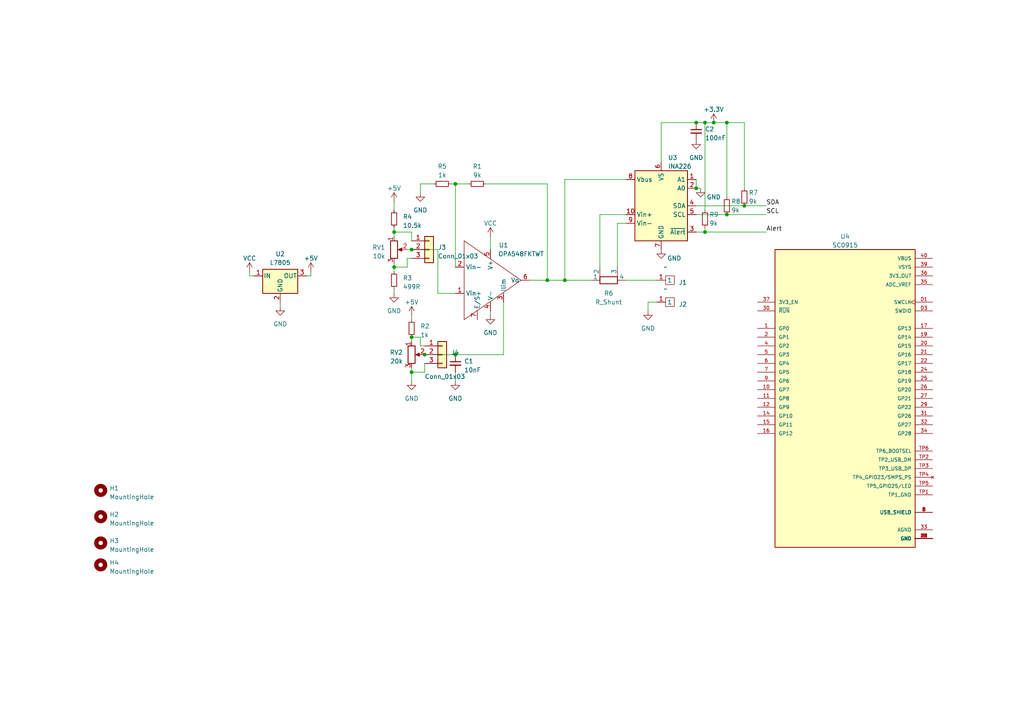
<source format=kicad_sch>
(kicad_sch (version 20230121) (generator eeschema)
  (paper "A4")
  (lib_symbols
    (symbol "Connector_Generic:Conn_01x03" (pin_names (offset 1.016) hide)
      (property "Reference" "J" (at 0 5.08 0))
      (property "Value" "Conn_01x03" (at 0 -5.08 0))
      (symbol "Conn_01x03_1_1"
        (rectangle (start -1.27 -2.413) (end 0 -2.667) (stroke (width 0.1524)))
        (rectangle (start -1.27 0.127) (end 0 -0.127) (stroke (width 0.1524)))
        (rectangle (start -1.27 2.667) (end 0 2.413) (stroke (width 0.1524)))
        (rectangle (start -1.27 3.81) (end 1.27 -3.81) (stroke (width 0.254)) (fill (type background)))
        (pin passive line (at -5.08 2.54 0) (length 3.81) (name "Pin_1") (number "1"))
        (pin passive line (at -5.08 0 0) (length 3.81) (name "Pin_2") (number "2"))
        (pin passive line (at -5.08 -2.54 0) (length 3.81) (name "Pin_3") (number "3"))
      )
    )
    (symbol "Device:C_Small" (pin_numbers hide) (pin_names (offset 0.254) hide)
      (property "Reference" "C" (at 0.254 1.778 0))
      (property "Value" "C_Small" (at 0.254 -2.032 0))
      (symbol "C_Small_0_1"
        (polyline (pts (xy -1.524 -0.508) (xy 1.524 -0.508)) (stroke (width 0.3302)))
        (polyline (pts (xy -1.524 0.508) (xy 1.524 0.508)) (stroke (width 0.3048)))
      )
      (symbol "C_Small_1_1"
        (pin passive line (at 0 2.54 270) (length 2.032) (name "~") (number "1"))
        (pin passive line (at 0 -2.54 90) (length 2.032) (name "~") (number "2"))
      )
    )
    (symbol "Device:R_Potentiometer" (pin_names (offset 1.016) hide)
      (property "Reference" "RV" (at -4.445 0 90))
      (property "Value" "R_Potentiometer" (at -2.54 0 90))
      (symbol "R_Potentiometer_0_1"
        (polyline (pts (xy 2.54 0) (xy 1.524 0)))
        (polyline (pts (xy 1.143 0) (xy 2.286 0.508) (xy 2.286 -0.508) (xy 1.143 0)) (fill (type outline)))
        (rectangle (start 1.016 2.54) (end -1.016 -2.54) (stroke (width 0.254)))
      )
      (symbol "R_Potentiometer_1_1"
        (pin passive line (at 0 3.81 270) (length 1.27) (name "1") (number "1"))
        (pin passive line (at 3.81 0 180) (length 1.27) (name "2") (number "2"))
        (pin passive line (at 0 -3.81 90) (length 1.27) (name "3") (number "3"))
      )
    )
    (symbol "Device:R_Shunt" (pin_numbers hide) (pin_names (offset 0))
      (property "Reference" "R" (at -4.445 0 90))
      (property "Value" "R_Shunt" (at -2.54 0 90))
      (symbol "R_Shunt_0_1"
        (rectangle (start -1.016 -2.54) (end 1.016 2.54) (stroke (width 0.254)))
        (polyline (pts (xy 0 -2.54) (xy 1.27 -2.54)))
        (polyline (pts (xy 1.27 2.54) (xy 0 2.54)))
      )
      (symbol "R_Shunt_1_1"
        (pin passive line (at 0 5.08 270) (length 2.54) (name "1") (number "1"))
        (pin passive line (at 3.81 2.54 180) (length 2.54) (name "2") (number "2"))
        (pin passive line (at 3.81 -2.54 180) (length 2.54) (name "3") (number "3"))
        (pin passive line (at 0 -5.08 90) (length 2.54) (name "4") (number "4"))
      )
    )
    (symbol "Device:R_Small" (pin_numbers hide) (pin_names (offset 0.254) hide)
      (property "Reference" "R" (at 0.762 0.508 0))
      (property "Value" "R_Small" (at 0.762 -1.016 0))
      (symbol "R_Small_0_1"
        (rectangle (start -0.762 1.778) (end 0.762 -1.778) (stroke (width 0.2032)))
      )
      (symbol "R_Small_1_1"
        (pin passive line (at 0 2.54 270) (length 0.762) (name "~") (number "1"))
        (pin passive line (at 0 -2.54 90) (length 0.762) (name "~") (number "2"))
      )
    )
    (symbol "Mechanical:MountingHole" (pin_names (offset 1.016))
      (property "Reference" "H" (at 0 5.08 0))
      (property "Value" "MountingHole" (at 0 3.175 0))
      (symbol "MountingHole_0_1"
        (circle (center 0 0) (radius 1.27) (stroke (width 1.27)))
      )
    )
    (symbol "MyLib:CT3151-0"
      (property "Reference" "J" (at 0 0 0))
      (symbol "CT3151-0_0_1"
        (rectangle (start 0 -2.54) (end 2.54 -5.08))
      )
      (symbol "CT3151-0_1_1"
        (pin input line (at -2.54 -3.81 0) (length 2.54) (name "1") (number "1"))
      )
    )
    (symbol "MyLib:OPA548"
      (property "Reference" "U" (at 5.08 1.27 0))
      (property "Value" "OPA548FKTWT" (at 0 -17.78 0))
      (symbol "OPA548_0_1"
        (polyline (pts (xy 0 11.43) (xy 0 -11.43) (xy 16.51 0) (xy 0 11.43)))
      )
      (symbol "OPA548_1_1"
        (pin input line (at -2.54 -3.81 0) (length 2.54) (name "Vin+") (number "1"))
        (pin input line (at -2.54 3.81 0) (length 2.54) (name "Vin-") (number "2"))
        (pin input line (at 11.43 -6.35 90) (length 2.54) (name "Ilim") (number "3"))
        (pin input line (at 7.62 -8.89 90) (length 2.54) (name "V-") (number "4"))
        (pin input line (at 7.62 8.89 270) (length 2.54) (name "V+") (number "5"))
        (pin input line (at 19.05 0 180) (length 2.54) (name "Vo") (number "6"))
        (pin input line (at 3.81 -11.43 90) (length 2.54) (name "E/S") (number "7"))
      )
    )
    (symbol "MyLib:SC0915" (pin_names (offset 1.016))
      (property "Reference" "U" (at -20.32 44.069 0))
      (property "Value" "SC0915" (at -20.32 -45.72 0))
      (symbol "SC0915_0_0"
        (rectangle (start -20.32 -43.18) (end 20.32 43.18) (stroke (width 0.254)) (fill (type background)))
        (pin bidirectional line (at -25.4 20.32 0) (length 5.08) (name "GP0") (number "1"))
        (pin bidirectional line (at -25.4 2.54 0) (length 5.08) (name "GP7") (number "10"))
        (pin bidirectional line (at -25.4 0 0) (length 5.08) (name "GP8") (number "11"))
        (pin bidirectional line (at -25.4 -2.54 0) (length 5.08) (name "GP9") (number "12"))
        (pin power_in line (at 25.4 -40.64 180) (length 5.08) (name "GND") (number "13"))
        (pin bidirectional line (at -25.4 -5.08 0) (length 5.08) (name "GP10") (number "14"))
        (pin bidirectional line (at -25.4 -7.62 0) (length 5.08) (name "GP11") (number "15"))
        (pin bidirectional line (at -25.4 -10.16 0) (length 5.08) (name "GP12") (number "16"))
        (pin bidirectional line (at 25.4 20.32 180) (length 5.08) (name "GP13") (number "17"))
        (pin power_in line (at 25.4 -40.64 180) (length 5.08) (name "GND") (number "18"))
        (pin bidirectional line (at 25.4 17.78 180) (length 5.08) (name "GP14") (number "19"))
        (pin bidirectional line (at -25.4 17.78 0) (length 5.08) (name "GP1") (number "2"))
        (pin bidirectional line (at 25.4 15.24 180) (length 5.08) (name "GP15") (number "20"))
        (pin bidirectional line (at 25.4 12.7 180) (length 5.08) (name "GP16") (number "21"))
        (pin bidirectional line (at 25.4 10.16 180) (length 5.08) (name "GP17") (number "22"))
        (pin power_in line (at 25.4 -40.64 180) (length 5.08) (name "GND") (number "23"))
        (pin bidirectional line (at 25.4 7.62 180) (length 5.08) (name "GP18") (number "24"))
        (pin bidirectional line (at 25.4 5.08 180) (length 5.08) (name "GP19") (number "25"))
        (pin bidirectional line (at 25.4 2.54 180) (length 5.08) (name "GP20") (number "26"))
        (pin bidirectional line (at 25.4 0 180) (length 5.08) (name "GP21") (number "27"))
        (pin power_in line (at 25.4 -40.64 180) (length 5.08) (name "GND") (number "28"))
        (pin bidirectional line (at 25.4 -2.54 180) (length 5.08) (name "GP22") (number "29"))
        (pin power_in line (at 25.4 -40.64 180) (length 5.08) (name "GND") (number "3"))
        (pin input line (at -25.4 25.4 0) (length 5.08) (name "~{RUN}") (number "30"))
        (pin bidirectional line (at 25.4 -5.08 180) (length 5.08) (name "GP26") (number "31"))
        (pin bidirectional line (at 25.4 -7.62 180) (length 5.08) (name "GP27") (number "32"))
        (pin power_in line (at 25.4 -38.1 180) (length 5.08) (name "AGND") (number "33"))
        (pin bidirectional line (at 25.4 -10.16 180) (length 5.08) (name "GP28") (number "34"))
        (pin power_in line (at 25.4 33.02 180) (length 5.08) (name "ADC_VREF") (number "35"))
        (pin power_in line (at 25.4 35.56 180) (length 5.08) (name "3V3_OUT") (number "36"))
        (pin input line (at -25.4 27.94 0) (length 5.08) (name "3V3_EN") (number "37"))
        (pin power_in line (at 25.4 -40.64 180) (length 5.08) (name "GND") (number "38"))
        (pin power_in line (at 25.4 38.1 180) (length 5.08) (name "VSYS") (number "39"))
        (pin bidirectional line (at -25.4 15.24 0) (length 5.08) (name "GP2") (number "4"))
        (pin power_in line (at 25.4 40.64 180) (length 5.08) (name "VBUS") (number "40"))
        (pin bidirectional line (at -25.4 12.7 0) (length 5.08) (name "GP3") (number "5"))
        (pin bidirectional line (at -25.4 10.16 0) (length 5.08) (name "GP4") (number "6"))
        (pin bidirectional line (at -25.4 7.62 0) (length 5.08) (name "GP5") (number "7"))
        (pin power_in line (at 25.4 -40.64 180) (length 5.08) (name "GND") (number "8"))
        (pin bidirectional line (at -25.4 5.08 0) (length 5.08) (name "GP6") (number "9"))
        (pin power_in line (at 25.4 -33.02 180) (length 5.08) (name "USB_SHIELD") (number "A"))
        (pin power_in line (at 25.4 -33.02 180) (length 5.08) (name "USB_SHIELD") (number "B"))
        (pin power_in line (at 25.4 -33.02 180) (length 5.08) (name "USB_SHIELD") (number "C"))
        (pin power_in line (at 25.4 -33.02 180) (length 5.08) (name "USB_SHIELD") (number "D"))
        (pin input clock (at 25.4 27.94 180) (length 5.08) (name "SWCLK") (number "D1"))
        (pin power_in line (at 25.4 -40.64 180) (length 5.08) (name "GND") (number "D2"))
        (pin bidirectional line (at 25.4 25.4 180) (length 5.08) (name "SWDIO") (number "D3"))
        (pin power_in line (at 25.4 -27.94 180) (length 5.08) (name "TP1_GND") (number "TP1"))
        (pin bidirectional line (at 25.4 -17.78 180) (length 5.08) (name "TP2_USB_DM") (number "TP2"))
        (pin bidirectional line (at 25.4 -20.32 180) (length 5.08) (name "TP3_USB_DP") (number "TP3"))
        (pin no_connect line (at 25.4 -22.86 180) (length 5.08) (name "TP4_GPIO23/SMPS_PS") (number "TP4"))
        (pin output line (at 25.4 -25.4 180) (length 5.08) (name "TP5_GPIO25/LED") (number "TP5"))
        (pin input line (at 25.4 -15.24 180) (length 5.08) (name "TP6_BOOTSEL") (number "TP6"))
      )
    )
    (symbol "Regulator_Linear:L7805" (pin_names (offset 0.254))
      (property "Reference" "U" (at -3.81 3.175 0))
      (property "Value" "L7805" (at 0 3.175 0))
      (symbol "L7805_0_1"
        (rectangle (start -5.08 1.905) (end 5.08 -5.08) (stroke (width 0.254)) (fill (type background)))
      )
      (symbol "L7805_1_1"
        (pin power_in line (at -7.62 0 0) (length 2.54) (name "IN") (number "1"))
        (pin power_in line (at 0 -7.62 90) (length 2.54) (name "GND") (number "2"))
        (pin power_out line (at 7.62 0 180) (length 2.54) (name "OUT") (number "3"))
      )
    )
    (symbol "Sensor_Energy:INA226"
      (property "Reference" "U" (at -6.35 11.43 0))
      (property "Value" "INA226" (at 3.81 11.43 0))
      (symbol "INA226_0_1"
        (rectangle (start 7.62 10.16) (end -7.62 -10.16) (stroke (width 0.254)) (fill (type background)))
      )
      (symbol "INA226_1_1"
        (pin input line (at 10.16 7.62 180) (length 2.54) (name "A1") (number "1"))
        (pin input line (at -10.16 -2.54 0) (length 2.54) (name "Vin+") (number "10"))
        (pin input line (at 10.16 5.08 180) (length 2.54) (name "A0") (number "2"))
        (pin open_collector line (at 10.16 -7.62 180) (length 2.54) (name "~{Alert}") (number "3"))
        (pin bidirectional line (at 10.16 0 180) (length 2.54) (name "SDA") (number "4"))
        (pin input line (at 10.16 -2.54 180) (length 2.54) (name "SCL") (number "5"))
        (pin power_in line (at 0 12.7 270) (length 2.54) (name "VS") (number "6"))
        (pin power_in line (at 0 -12.7 90) (length 2.54) (name "GND") (number "7"))
        (pin input line (at -10.16 7.62 0) (length 2.54) (name "Vbus") (number "8"))
        (pin input line (at -10.16 -5.08 0) (length 2.54) (name "Vin-") (number "9"))
      )
    )
    (symbol "power:+3.3V" (power) (pin_names (offset 0))
      (property "Value" "+3.3V" (at 0 3.556 0))
      (symbol "+3.3V_0_1"
        (polyline (pts (xy -0.762 1.27) (xy 0 2.54)))
        (polyline (pts (xy 0 0) (xy 0 2.54)))
        (polyline (pts (xy 0 2.54) (xy 0.762 1.27)))
      )
      (symbol "+3.3V_1_1"
        (pin power_in line (at 0 0 90) (length 0) hide (name "+3.3V") (number "1"))
      )
    )
    (symbol "power:+5V" (power) (pin_names (offset 0))
      (property "Value" "+5V" (at 0 3.556 0))
      (symbol "+5V_0_1"
        (polyline (pts (xy -0.762 1.27) (xy 0 2.54)))
        (polyline (pts (xy 0 0) (xy 0 2.54)))
        (polyline (pts (xy 0 2.54) (xy 0.762 1.27)))
      )
      (symbol "+5V_1_1"
        (pin power_in line (at 0 0 90) (length 0) hide (name "+5V") (number "1"))
      )
    )
    (symbol "power:GND" (power) (pin_names (offset 0))
      (property "Value" "GND" (at 0 -3.81 0))
      (symbol "GND_0_1"
        (polyline (pts (xy 0 0) (xy 0 -1.27) (xy 1.27 -1.27) (xy 0 -2.54) (xy -1.27 -1.27) (xy 0 -1.27)))
      )
      (symbol "GND_1_1"
        (pin power_in line (at 0 0 270) (length 0) hide (name "GND") (number "1"))
      )
    )
    (symbol "power:VCC" (power) (pin_names (offset 0))
      (property "Value" "VCC" (at 0 3.81 0))
      (symbol "VCC_0_1"
        (polyline (pts (xy -0.762 1.27) (xy 0 2.54)))
        (polyline (pts (xy 0 0) (xy 0 2.54)))
        (polyline (pts (xy 0 2.54) (xy 0.762 1.27)))
      )
      (symbol "VCC_1_1"
        (pin power_in line (at 0 0 90) (length 0) hide (name "VCC") (number "1"))
      )
    )
  )
  (junction (at 210.82 35.56))
  (junction (at 201.93 54.61))
  (junction (at 163.83 81.28))
  (junction (at 119.38 97.79))
  (junction (at 114.3 67.31))
  (junction (at 204.47 35.56))
  (junction (at 132.08 102.87))
  (junction (at 201.93 35.56))
  (junction (at 119.38 72.39))
  (junction (at 123.19 102.87))
  (junction (at 132.08 53.34))
  (junction (at 207.01 35.56))
  (junction (at 204.47 67.31))
  (junction (at 210.82 62.23))
  (junction (at 114.3 77.47))
  (junction (at 119.38 107.95))
  (junction (at 158.75 81.28))
  (junction (at 215.9 59.69))
  (wire (pts (xy 210.82 35.56) (xy 215.9 35.56)))
  (wire (pts (xy 114.3 67.31) (xy 114.3 68.58)))
  (wire (pts (xy 119.38 74.93) (xy 118.11 74.93)))
  (wire (pts (xy 204.47 67.31) (xy 201.93 67.31)))
  (wire (pts (xy 215.9 59.69) (xy 222.25 59.69)))
  (wire (pts (xy 210.82 57.15) (xy 210.82 35.56)))
  (wire (pts (xy 119.38 91.44) (xy 119.38 92.71)))
  (wire (pts (xy 201.93 35.56) (xy 204.47 35.56)))
  (wire (pts (xy 142.24 90.17) (xy 142.24 91.44)))
  (wire (pts (xy 118.11 74.93) (xy 118.11 77.47)))
  (wire (pts (xy 204.47 67.31) (xy 222.25 67.31)))
  (wire (pts (xy 132.08 53.34) (xy 135.89 53.34)))
  (wire (pts (xy 132.08 107.95) (xy 132.08 110.49)))
  (wire (pts (xy 114.3 76.2) (xy 114.3 77.47)))
  (wire (pts (xy 191.77 46.99) (xy 191.77 35.56)))
  (wire (pts (xy 187.96 87.63) (xy 190.5 87.63)))
  (wire (pts (xy 114.3 77.47) (xy 114.3 78.74)))
  (wire (pts (xy 207.01 35.56) (xy 210.82 35.56)))
  (wire (pts (xy 121.92 100.33) (xy 121.92 97.79)))
  (wire (pts (xy 204.47 35.56) (xy 204.47 60.96)))
  (wire (pts (xy 119.38 97.79) (xy 119.38 99.06)))
  (wire (pts (xy 215.9 35.56) (xy 215.9 54.61)))
  (wire (pts (xy 201.93 59.69) (xy 215.9 59.69)))
  (wire (pts (xy 127 85.09) (xy 132.08 85.09)))
  (wire (pts (xy 181.61 52.07) (xy 163.83 52.07)))
  (wire (pts (xy 119.38 107.95) (xy 119.38 110.49)))
  (wire (pts (xy 153.67 81.28) (xy 158.75 81.28)))
  (wire (pts (xy 88.9 80.01) (xy 90.17 80.01)))
  (wire (pts (xy 118.11 77.47) (xy 114.3 77.47)))
  (wire (pts (xy 123.19 105.41) (xy 123.19 107.95)))
  (wire (pts (xy 158.75 53.34) (xy 158.75 81.28)))
  (wire (pts (xy 114.3 58.42) (xy 114.3 60.96)))
  (wire (pts (xy 72.39 80.01) (xy 73.66 80.01)))
  (wire (pts (xy 119.38 67.31) (xy 114.3 67.31)))
  (wire (pts (xy 114.3 66.04) (xy 114.3 67.31)))
  (wire (pts (xy 125.73 53.34) (xy 121.92 53.34)))
  (wire (pts (xy 181.61 81.28) (xy 190.5 81.28)))
  (wire (pts (xy 90.17 80.01) (xy 90.17 78.74)))
  (wire (pts (xy 121.92 97.79) (xy 119.38 97.79)))
  (wire (pts (xy 179.07 77.47) (xy 179.07 64.77)))
  (wire (pts (xy 119.38 69.85) (xy 119.38 67.31)))
  (wire (pts (xy 173.99 62.23) (xy 173.99 77.47)))
  (wire (pts (xy 146.05 87.63) (xy 146.05 102.87)))
  (wire (pts (xy 210.82 62.23) (xy 222.25 62.23)))
  (wire (pts (xy 181.61 62.23) (xy 173.99 62.23)))
  (wire (pts (xy 127 72.39) (xy 127 85.09)))
  (wire (pts (xy 201.93 62.23) (xy 210.82 62.23)))
  (wire (pts (xy 163.83 52.07) (xy 163.83 81.28)))
  (wire (pts (xy 142.24 68.58) (xy 142.24 72.39)))
  (wire (pts (xy 201.93 54.61) (xy 203.2 54.61)))
  (wire (pts (xy 118.11 72.39) (xy 119.38 72.39)))
  (wire (pts (xy 121.92 53.34) (xy 121.92 55.88)))
  (wire (pts (xy 163.83 81.28) (xy 171.45 81.28)))
  (wire (pts (xy 132.08 53.34) (xy 132.08 77.47)))
  (wire (pts (xy 130.81 53.34) (xy 132.08 53.34)))
  (wire (pts (xy 204.47 66.04) (xy 204.47 67.31)))
  (wire (pts (xy 72.39 78.74) (xy 72.39 80.01)))
  (wire (pts (xy 123.19 107.95) (xy 119.38 107.95)))
  (wire (pts (xy 119.38 72.39) (xy 127 72.39)))
  (wire (pts (xy 201.93 52.07) (xy 201.93 54.61)))
  (wire (pts (xy 123.19 100.33) (xy 121.92 100.33)))
  (wire (pts (xy 179.07 64.77) (xy 181.61 64.77)))
  (wire (pts (xy 191.77 35.56) (xy 201.93 35.56)))
  (wire (pts (xy 204.47 35.56) (xy 207.01 35.56)))
  (wire (pts (xy 123.19 102.87) (xy 132.08 102.87)))
  (wire (pts (xy 119.38 106.68) (xy 119.38 107.95)))
  (wire (pts (xy 81.28 87.63) (xy 81.28 88.9)))
  (wire (pts (xy 158.75 81.28) (xy 163.83 81.28)))
  (wire (pts (xy 140.97 53.34) (xy 158.75 53.34)))
  (wire (pts (xy 187.96 90.17) (xy 187.96 87.63)))
  (wire (pts (xy 146.05 102.87) (xy 132.08 102.87)))
  (wire (pts (xy 114.3 83.82) (xy 114.3 85.09)))
  (label "SDA" (at 222.25 59.69 0))
  (label "SCL" (at 222.25 62.23 0))
  (label "Alert" (at 222.25 67.31 0))
  (symbol (lib_id "power:GND") (at 132.08 110.49 0) (unit 1)
    (property "Reference" "#PWR04" (effects hide))
    (property "Value" "GND" (at 132.08 115.57 0))
  )
  (symbol (lib_id "power:GND") (at 203.2 54.61 0) (unit 1)
    (property "Reference" "#PWR015" (effects hide))
    (property "Value" "GND" (at 207.01 57.15 0))
  )
  (symbol (lib_id "Device:R_Small") (at 119.38 95.25 0) (unit 1)
    (property "Reference" "R2" (at 121.92 94.615 0) (effects (justify left)))
    (property "Value" "1k" (at 121.92 97.155 0) (effects (justify left)))
    (property "Footprint" "Resistor_SMD:R_0805_2012Metric" (effects hide))
  )
  (symbol (lib_id "power:GND") (at 142.24 91.44 0) (unit 1)
    (property "Reference" "#PWR05" (effects hide))
    (property "Value" "GND" (at 142.24 96.52 0))
  )
  (symbol (lib_id "Connector_Generic:Conn_01x03") (at 124.46 72.39 0) (unit 1)
    (property "Reference" "J3" (at 127 71.755 0) (effects (justify left)))
    (property "Value" "Conn_01x03" (at 127 74.295 0) (effects (justify left)))
    (property "Footprint" "Connector_JST:JST_XH_B3B-XH-A_1x03_P2.50mm_Vertical" (effects hide))
  )
  (symbol (lib_id "MyLib:CT3151-0") (at 193.04 83.82 0) (unit 1)
    (property "Reference" "J2" (at 196.85 88.265 0) (effects (justify left)))
    (property "Value" "~" (at 193.04 83.82 0))
    (property "Footprint" "Connector:CalTest_CT3151" (effects hide))
  )
  (symbol (lib_id "Connector_Generic:Conn_01x03") (at 128.27 102.87 0) (unit 1)
    (property "Reference" "J4" (at 130.81 102.235 0) (effects (justify left)))
    (property "Value" "Conn_01x03" (at 123.19 109.22 0) (effects (justify left)))
    (property "Footprint" "Connector_JST:JST_XH_B3B-XH-A_1x03_P2.50mm_Vertical" (effects hide))
  )
  (symbol (lib_id "power:GND") (at 114.3 85.09 0) (unit 1)
    (property "Reference" "#PWR02" (effects hide))
    (property "Value" "GND" (at 114.3 90.17 0))
  )
  (symbol (lib_id "Device:R_Shunt") (at 176.53 81.28 90) (unit 1)
    (property "Reference" "R6" (at 176.53 85.09 90))
    (property "Value" "R_Shunt" (at 176.53 87.63 90))
    (property "Footprint" "Resistor_SMD:R_Shunt_Vishay_WSKW0612" (effects hide))
  )
  (symbol (lib_id "power:+5V") (at 114.3 58.42 0) (unit 1)
    (property "Reference" "#PWR08" (effects hide))
    (property "Value" "+5V" (at 114.3 54.61 0))
  )
  (symbol (lib_id "Device:R_Small") (at 210.82 59.69 180) (unit 1)
    (property "Reference" "R8" (at 212.09 58.42 0) (effects (justify right)))
    (property "Value" "9k" (at 212.09 60.96 0) (effects (justify right)))
    (property "Footprint" "Resistor_SMD:R_0805_2012Metric" (effects hide))
  )
  (symbol (lib_id "Mechanical:MountingHole") (at 29.21 163.83 0) (unit 1)
    (property "Reference" "H4" (at 31.75 163.195 0) (effects (justify left)))
    (property "Value" "MountingHole" (at 31.75 165.735 0) (effects (justify left)))
    (property "Footprint" "MountingHole:MountingHole_3.7mm" (effects hide))
  )
  (symbol (lib_id "MyLib:CT3151-0") (at 193.04 77.47 0) (unit 1)
    (property "Reference" "J1" (at 196.85 81.915 0) (effects (justify left)))
    (property "Value" "~" (at 193.04 77.47 0))
    (property "Footprint" "Connector:CalTest_CT3151" (effects hide))
  )
  (symbol (lib_id "Device:C_Small") (at 132.08 105.41 0) (unit 1)
    (property "Reference" "C1" (at 134.62 104.7813 0) (effects (justify left)))
    (property "Value" "10nF" (at 134.62 107.3213 0) (effects (justify left)))
    (property "Footprint" "Capacitor_SMD:C_0805_2012Metric" (effects hide))
  )
  (symbol (lib_id "power:+5V") (at 119.38 91.44 0) (unit 1)
    (property "Reference" "#PWR09" (effects hide))
    (property "Value" "+5V" (at 119.38 87.63 0))
  )
  (symbol (lib_id "power:VCC") (at 142.24 68.58 0) (unit 1)
    (property "Reference" "#PWR07" (effects hide))
    (property "Value" "VCC" (at 142.24 64.77 0))
  )
  (symbol (lib_id "power:+5V") (at 90.17 78.74 0) (unit 1)
    (property "Reference" "#PWR011" (effects hide))
    (property "Value" "+5V" (at 90.17 74.93 0))
  )
  (symbol (lib_id "Device:R_Small") (at 138.43 53.34 90) (unit 1)
    (property "Reference" "R1" (at 138.43 48.26 90))
    (property "Value" "9k" (at 138.43 50.8 90))
    (property "Footprint" "Resistor_SMD:R_0805_2012Metric" (effects hide))
  )
  (symbol (lib_id "power:GND") (at 187.96 90.17 0) (unit 1)
    (property "Reference" "#PWR06" (effects hide))
    (property "Value" "GND" (at 187.96 95.25 0))
  )
  (symbol (lib_id "power:VCC") (at 72.39 78.74 0) (unit 1)
    (property "Reference" "#PWR010" (effects hide))
    (property "Value" "VCC" (at 72.39 74.93 0))
  )
  (symbol (lib_id "Device:C_Small") (at 201.93 38.1 0) (unit 1)
    (property "Reference" "C2" (at 204.47 37.4713 0) (effects (justify left)))
    (property "Value" "100nF" (at 204.47 40.0113 0) (effects (justify left)))
    (property "Footprint" "Capacitor_SMD:C_0805_2012Metric" (effects hide))
  )
  (symbol (lib_id "Device:R_Small") (at 114.3 63.5 0) (unit 1)
    (property "Reference" "R4" (at 116.84 62.865 0) (effects (justify left)))
    (property "Value" "10.5k" (at 116.84 65.405 0) (effects (justify left)))
    (property "Footprint" "Resistor_SMD:R_0805_2012Metric" (effects hide))
  )
  (symbol (lib_id "Device:R_Small") (at 204.47 63.5 180) (unit 1)
    (property "Reference" "R9" (at 205.74 62.23 0) (effects (justify right)))
    (property "Value" "9k" (at 205.74 64.77 0) (effects (justify right)))
    (property "Footprint" "Resistor_SMD:R_0805_2012Metric" (effects hide))
  )
  (symbol (lib_id "MyLib:SC0915") (at 245.11 115.57 0) (unit 1)
    (property "Reference" "U4" (at 245.11 68.58 0))
    (property "Value" "SC0915" (at 245.11 71.12 0))
    (property "Footprint" "MyLib:MODULE_SC0915" (effects hide))
    (property "MAXIMUM_PACKAGE_HEIGHT" "3.73mm" (effects hide))
    (property "STANDARD" "Manufacturer Recommendations" (effects hide))
    (property "PARTREV" "1.6" (effects hide))
    (property "MANUFACTURER" "Raspberry Pi" (effects hide))
  )
  (symbol (lib_id "power:GND") (at 201.93 40.64 0) (unit 1)
    (property "Reference" "#PWR013" (effects hide))
    (property "Value" "GND" (at 201.93 45.72 0))
  )
  (symbol (lib_id "power:GND") (at 121.92 55.88 0) (unit 1)
    (property "Reference" "#PWR01" (effects hide))
    (property "Value" "GND" (at 121.92 60.96 0))
  )
  (symbol (lib_id "Device:R_Small") (at 215.9 57.15 180) (unit 1)
    (property "Reference" "R7" (at 217.17 55.88 0) (effects (justify right)))
    (property "Value" "9k" (at 217.17 58.42 0) (effects (justify right)))
    (property "Footprint" "Resistor_SMD:R_0805_2012Metric" (effects hide))
  )
  (symbol (lib_id "Device:R_Potentiometer") (at 114.3 72.39 0) (unit 1)
    (property "Reference" "RV1" (at 111.76 71.755 0) (effects (justify right)))
    (property "Value" "10k" (at 111.76 74.295 0) (effects (justify right)))
    (property "Footprint" "Potentiometer_THT:Potentiometer_Alpha_RD901F-40-00D_Single_Vertical_CircularHoles" (effects hide))
  )
  (symbol (lib_id "Mechanical:MountingHole") (at 29.21 142.24 0) (unit 1)
    (property "Reference" "H1" (at 31.75 141.605 0) (effects (justify left)))
    (property "Value" "MountingHole" (at 31.75 144.145 0) (effects (justify left)))
    (property "Footprint" "MountingHole:MountingHole_3.7mm" (effects hide))
  )
  (symbol (lib_id "power:GND") (at 81.28 88.9 0) (unit 1)
    (property "Reference" "#PWR012" (effects hide))
    (property "Value" "GND" (at 81.28 93.98 0))
  )
  (symbol (lib_id "Sensor_Energy:INA226") (at 191.77 59.69 0) (unit 1)
    (property "Reference" "U3" (at 193.7259 45.72 0) (effects (justify left)))
    (property "Value" "INA226" (at 193.7259 48.26 0) (effects (justify left)))
    (property "Footprint" "Package_SO:VSSOP-10_3x3mm_P0.5mm" (effects hide))
    (property "Datasheet" "http://www.ti.com/lit/ds/symlink/ina226.pdf" (effects hide))
  )
  (symbol (lib_id "MyLib:OPA548") (at 134.62 81.28 0) (unit 1)
    (property "Reference" "U1" (at 146.05 71.12 0))
    (property "Value" "OPA548FKTWT" (at 151.13 73.66 0))
    (property "Footprint" "Package_TO_SOT_SMD:TO-263-7_TabPin8" (effects hide))
  )
  (symbol (lib_id "Device:R_Small") (at 114.3 81.28 0) (unit 1)
    (property "Reference" "R3" (at 116.84 80.645 0) (effects (justify left)))
    (property "Value" "499R" (at 116.84 83.185 0) (effects (justify left)))
    (property "Footprint" "Resistor_SMD:R_0805_2012Metric" (effects hide))
  )
  (symbol (lib_id "power:GND") (at 191.77 72.39 0) (unit 1)
    (property "Reference" "#PWR016" (effects hide))
    (property "Value" "GND" (at 195.58 74.93 0))
  )
  (symbol (lib_id "power:GND") (at 119.38 110.49 0) (unit 1)
    (property "Reference" "#PWR03" (effects hide))
    (property "Value" "GND" (at 119.38 115.57 0))
  )
  (symbol (lib_id "Mechanical:MountingHole") (at 29.21 149.86 0) (unit 1)
    (property "Reference" "H2" (at 31.75 149.225 0) (effects (justify left)))
    (property "Value" "MountingHole" (at 31.75 151.765 0) (effects (justify left)))
    (property "Footprint" "MountingHole:MountingHole_3.7mm" (effects hide))
  )
  (symbol (lib_id "Device:R_Small") (at 128.27 53.34 90) (unit 1)
    (property "Reference" "R5" (at 128.27 48.26 90))
    (property "Value" "1k" (at 128.27 50.8 90))
    (property "Footprint" "Resistor_SMD:R_0805_2012Metric" (effects hide))
  )
  (symbol (lib_id "Device:R_Potentiometer") (at 119.38 102.87 0) (unit 1)
    (property "Reference" "RV2" (at 116.84 102.235 0) (effects (justify right)))
    (property "Value" "20k" (at 116.84 104.775 0) (effects (justify right)))
    (property "Footprint" "Potentiometer_THT:Potentiometer_Alpha_RD901F-40-00D_Single_Vertical_CircularHoles" (effects hide))
  )
  (symbol (lib_id "Regulator_Linear:L7805") (at 81.28 80.01 0) (unit 1)
    (property "Reference" "U2" (at 81.28 73.66 0))
    (property "Value" "L7805" (at 81.28 76.2 0))
    (property "Footprint" "Package_TO_SOT_THT:TO-220F-3_Vertical" (effects hide))
    (property "Datasheet" "http://www.st.com/content/ccc/resource/technical/document/datasheet/41/4f/b3/b0/12/d4/47/88/CD00000444.pdf/files/CD00000444.pdf/jcr:content/translations/en.CD00000444.pdf" (effects hide))
  )
  (symbol (lib_id "Mechanical:MountingHole") (at 29.21 157.48 0) (unit 1)
    (property "Reference" "H3" (at 31.75 156.845 0) (effects (justify left)))
    (property "Value" "MountingHole" (at 31.75 159.385 0) (effects (justify left)))
    (property "Footprint" "MountingHole:MountingHole_3.7mm" (effects hide))
  )
  (symbol (lib_id "power:+3.3V") (at 207.01 35.56 0) (unit 1)
    (property "Reference" "#PWR014" (effects hide))
    (property "Value" "+3.3V" (at 207.01 31.75 0))
  )
)
</source>
